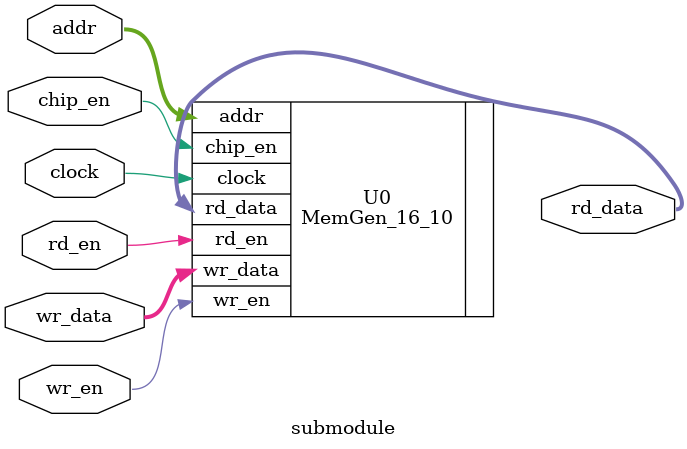
<source format=v>
module blackbox(a,b,c);
   input a;
   input b;
   output c;
endmodule

module has_notempty_empty_blackbox(chip_en,wr_en,clock,rd_en,addr,wr_data,
      rd_data,c);
   input chip_en;
   input wr_en;
   input clock;
   input rd_en;
   input [9:0]addr;
   input [15:0]wr_data;
   output [15:0]rd_data;
   output [15:0]c;
  submodule U1 (.chip_en(chip_en), .wr_en(wr_en), .clock(clock), .rd_en(rd_en), 
      .addr({addr[9],addr[8],addr[7],addr[6],addr[5],addr[4],addr[3],addr[2],
      addr[1],addr[0]}), .wr_data({wr_data[15],wr_data[14],wr_data[13],
      wr_data[12],wr_data[11],wr_data[10],wr_data[9],wr_data[8],wr_data[7],
      wr_data[6],wr_data[5],wr_data[4],wr_data[3],wr_data[2],wr_data[1],
      wr_data[0]}), .rd_data({rd_data[15],rd_data[14],rd_data[13],rd_data[12],
      rd_data[11],rd_data[10],rd_data[9],rd_data[8],rd_data[7],rd_data[6],
      rd_data[5],rd_data[4],rd_data[3],rd_data[2],rd_data[1],rd_data[0]}));
  blackbox U2 (.a(addr[1]), .b(addr[2]), .c(c[1]));
  XOR2_X1_HVT U3 (.A(addr[2]), .B(addr[3]), .Z(c[3]));
endmodule

module submodule(chip_en,wr_en,clock,rd_en,addr,wr_data,rd_data);
   input chip_en;
   input wr_en;
   input clock;
   input rd_en;
   input [9:0]addr;
   input [15:0]wr_data;
   output [15:0]rd_data;
  MemGen_16_10 U0 (.chip_en(chip_en), .wr_en(wr_en), .addr({addr[9],addr[8],
      addr[7],addr[6],addr[5],addr[4],addr[3],addr[2],addr[1],addr[0]}), 
      .wr_data({wr_data[15],wr_data[14],wr_data[13],wr_data[12],wr_data[11],
      wr_data[10],wr_data[9],wr_data[8],wr_data[7],wr_data[6],wr_data[5],
      wr_data[4],wr_data[3],wr_data[2],wr_data[1],wr_data[0]}), .clock(clock), 
      .rd_en(rd_en), .rd_data({rd_data[15],rd_data[14],rd_data[13],rd_data[12],
      rd_data[11],rd_data[10],rd_data[9],rd_data[8],rd_data[7],rd_data[6],
      rd_data[5],rd_data[4],rd_data[3],rd_data[2],rd_data[1],rd_data[0]}));
endmodule


</source>
